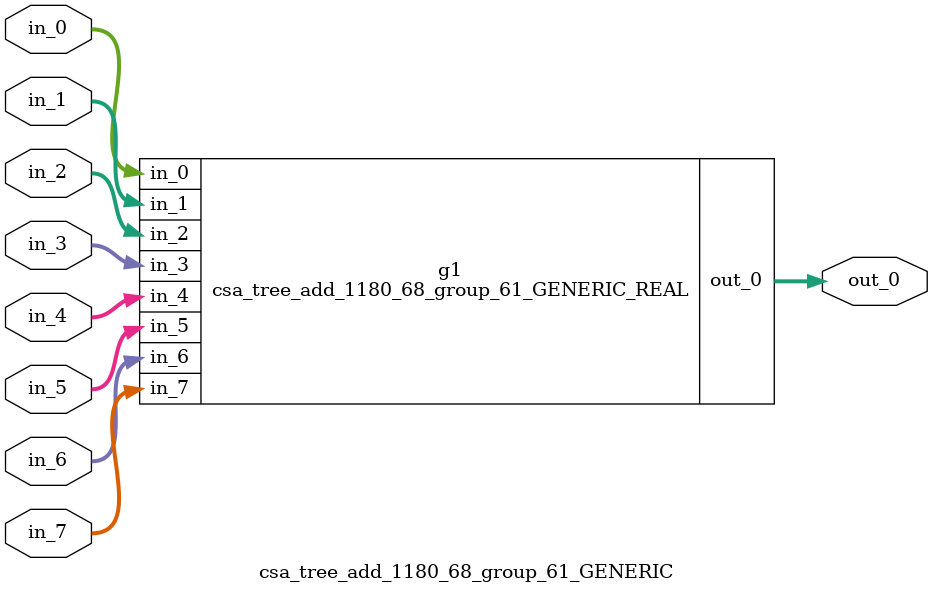
<source format=v>
module csa_tree_add_1180_68_group_61_GENERIC_REAL(in_0, in_1, in_2,
     in_3, in_4, in_5, in_6, in_7, out_0);
// synthesis_equation "assign out_0 = ( ( ( ( ( ( ( in_6 + in_7 )  + in_5 )  + in_4 )  + in_3 )  + in_2 )  + in_1 )  + in_0 )  ;"
  input [5:0] in_0, in_1, in_2, in_3, in_4, in_5, in_6, in_7;
  output [8:0] out_0;
  wire [5:0] in_0, in_1, in_2, in_3, in_4, in_5, in_6, in_7;
  wire [8:0] out_0;
  wire n_59, n_60, n_61, n_62, n_63, n_64, n_65, n_66;
  wire n_68, n_69, n_70, n_71, n_72, n_73, n_74, n_75;
  wire n_76, n_77, n_78, n_79, n_80, n_81, n_82, n_83;
  wire n_84, n_85, n_86, n_87, n_88, n_89, n_90, n_91;
  wire n_92, n_93, n_94, n_95, n_96, n_97, n_98, n_99;
  wire n_100, n_101, n_102, n_103, n_104, n_105, n_106, n_107;
  wire n_108, n_109, n_110, n_111, n_112, n_113, n_114, n_115;
  wire n_116, n_117, n_118, n_119, n_120, n_121, n_122, n_123;
  wire n_124, n_125, n_126, n_127, n_128, n_129, n_130, n_131;
  wire n_132, n_133, n_134, n_135, n_136, n_137, n_138, n_139;
  wire n_140, n_141, n_142, n_143, n_144, n_145, n_146, n_147;
  wire n_148, n_149, n_150, n_151, n_152, n_153, n_154, n_155;
  wire n_156, n_157, n_158, n_159, n_160, n_161, n_162, n_163;
  wire n_164, n_165, n_166, n_167, n_168, n_169, n_170, n_171;
  wire n_172, n_173, n_174, n_175, n_176, n_177, n_178, n_179;
  wire n_180, n_181, n_182, n_183, n_184, n_185, n_186, n_187;
  wire n_188, n_189, n_190, n_191, n_192, n_193, n_194, n_195;
  wire n_196, n_197, n_198, n_199, n_200, n_201, n_202, n_203;
  wire n_204, n_205, n_206, n_207, n_208, n_209, n_210, n_211;
  wire n_212, n_213, n_214, n_215, n_216, n_217, n_218, n_219;
  wire n_220, n_221, n_222, n_223, n_224, n_225, n_226, n_227;
  wire n_228, n_229, n_230, n_231, n_232, n_233, n_234, n_235;
  wire n_236, n_237, n_238, n_239, n_240, n_241, n_242, n_243;
  wire n_244, n_245, n_246, n_247, n_248, n_249, n_250, n_251;
  wire n_252, n_253, n_254, n_255, n_256, n_257, n_258, n_259;
  wire n_260, n_261, n_262, n_263, n_264, n_265, n_266, n_267;
  wire n_268, n_269, n_270, n_271, n_272, n_273, n_274, n_275;
  wire n_276, n_277, n_278, n_279, n_280, n_281, n_282, n_283;
  wire n_284, n_285, n_286, n_287, n_288, n_289, n_290;
  xor g1 (n_76, in_0[0], in_7[0]);
  and g35 (n_77, in_0[0], in_7[0]);
  xor g36 (n_128, in_6[0], in_1[0]);
  xor g2 (n_75, n_128, in_5[0]);
  nand g37 (n_129, in_6[0], in_1[0]);
  nand g38 (n_130, in_5[0], in_1[0]);
  nand g39 (n_131, in_6[0], in_5[0]);
  nand g40 (n_79, n_129, n_130, n_131);
  xor g41 (n_132, in_4[0], in_3[0]);
  xor g42 (n_66, n_132, in_2[0]);
  nand g3 (n_133, in_4[0], in_3[0]);
  nand g43 (n_134, in_2[0], in_3[0]);
  nand g44 (n_135, in_4[0], in_2[0]);
  nand g45 (n_80, n_133, n_134, n_135);
  xor g46 (n_78, in_0[1], in_1[1]);
  and g47 (n_83, in_0[1], in_1[1]);
  xor g48 (n_136, in_3[1], in_7[1]);
  xor g49 (n_81, n_136, in_4[1]);
  nand g50 (n_137, in_3[1], in_7[1]);
  nand g4 (n_138, in_4[1], in_7[1]);
  nand g5 (n_139, in_3[1], in_4[1]);
  nand g51 (n_86, n_137, n_138, n_139);
  xor g52 (n_140, in_2[1], in_5[1]);
  xor g53 (n_82, n_140, in_6[1]);
  nand g54 (n_141, in_2[1], in_5[1]);
  nand g55 (n_142, in_6[1], in_5[1]);
  nand g56 (n_143, in_2[1], in_6[1]);
  nand g6 (n_85, n_141, n_142, n_143);
  xor g57 (n_144, n_77, n_78);
  xor g58 (n_65, n_144, n_79);
  nand g59 (n_145, n_77, n_78);
  nand g60 (n_146, n_79, n_78);
  nand g61 (n_147, n_77, n_79);
  nand g62 (n_90, n_145, n_146, n_147);
  xor g63 (n_148, n_80, n_81);
  xor g64 (n_74, n_148, n_82);
  nand g65 (n_149, n_80, n_81);
  nand g66 (n_150, n_82, n_81);
  nand g67 (n_151, n_80, n_82);
  nand g68 (n_91, n_149, n_150, n_151);
  xor g69 (n_84, in_0[2], in_1[2]);
  and g70 (n_92, in_0[2], in_1[2]);
  xor g71 (n_152, in_3[2], in_7[2]);
  xor g72 (n_87, n_152, in_4[2]);
  nand g73 (n_153, in_3[2], in_7[2]);
  nand g74 (n_154, in_4[2], in_7[2]);
  nand g75 (n_155, in_3[2], in_4[2]);
  nand g76 (n_93, n_153, n_154, n_155);
  xor g77 (n_156, in_2[2], in_5[2]);
  xor g78 (n_88, n_156, in_6[2]);
  nand g79 (n_157, in_2[2], in_5[2]);
  nand g80 (n_158, in_6[2], in_5[2]);
  nand g81 (n_159, in_2[2], in_6[2]);
  nand g82 (n_94, n_157, n_158, n_159);
  xor g83 (n_160, n_83, n_84);
  xor g84 (n_89, n_160, n_85);
  nand g85 (n_161, n_83, n_84);
  nand g86 (n_162, n_85, n_84);
  nand g87 (n_163, n_83, n_85);
  nand g88 (n_98, n_161, n_162, n_163);
  xor g89 (n_164, n_86, n_87);
  xor g90 (n_64, n_164, n_88);
  nand g91 (n_165, n_86, n_87);
  nand g92 (n_166, n_88, n_87);
  nand g93 (n_167, n_86, n_88);
  nand g94 (n_99, n_165, n_166, n_167);
  xor g95 (n_168, n_89, n_90);
  xor g96 (n_73, n_168, n_91);
  nand g97 (n_169, n_89, n_90);
  nand g98 (n_170, n_91, n_90);
  nand g99 (n_171, n_89, n_91);
  nand g100 (n_63, n_169, n_170, n_171);
  xor g101 (n_172, in_0[3], in_1[3]);
  xor g102 (n_95, n_172, in_3[3]);
  nand g103 (n_173, in_0[3], in_1[3]);
  nand g104 (n_174, in_3[3], in_1[3]);
  nand g105 (n_175, in_0[3], in_3[3]);
  nand g106 (n_102, n_173, n_174, n_175);
  xor g107 (n_176, in_7[3], in_4[3]);
  xor g108 (n_96, n_176, in_2[3]);
  nand g109 (n_177, in_7[3], in_4[3]);
  nand g110 (n_178, in_2[3], in_4[3]);
  nand g111 (n_179, in_7[3], in_2[3]);
  nand g112 (n_103, n_177, n_178, n_179);
  xor g113 (n_180, in_5[3], in_6[3]);
  xor g114 (n_97, n_180, n_92);
  nand g115 (n_181, in_5[3], in_6[3]);
  nand g116 (n_182, n_92, in_6[3]);
  nand g117 (n_183, in_5[3], n_92);
  nand g118 (n_106, n_181, n_182, n_183);
  xor g119 (n_184, n_93, n_94);
  xor g120 (n_100, n_184, n_95);
  nand g121 (n_185, n_93, n_94);
  nand g122 (n_186, n_95, n_94);
  nand g123 (n_187, n_93, n_95);
  nand g124 (n_108, n_185, n_186, n_187);
  xor g125 (n_188, n_96, n_97);
  xor g126 (n_101, n_188, n_98);
  nand g127 (n_189, n_96, n_97);
  nand g128 (n_190, n_98, n_97);
  nand g129 (n_191, n_96, n_98);
  nand g130 (n_110, n_189, n_190, n_191);
  xor g131 (n_192, n_99, n_100);
  xor g132 (n_72, n_192, n_101);
  nand g133 (n_193, n_99, n_100);
  nand g134 (n_194, n_101, n_100);
  nand g135 (n_195, n_99, n_101);
  nand g136 (n_62, n_193, n_194, n_195);
  xor g137 (n_196, in_0[4], in_1[4]);
  xor g138 (n_104, n_196, in_3[4]);
  nand g139 (n_197, in_0[4], in_1[4]);
  nand g140 (n_198, in_3[4], in_1[4]);
  nand g141 (n_199, in_0[4], in_3[4]);
  nand g142 (n_112, n_197, n_198, n_199);
  xor g143 (n_200, in_7[4], in_4[4]);
  xor g144 (n_105, n_200, in_2[4]);
  nand g145 (n_201, in_7[4], in_4[4]);
  nand g146 (n_202, in_2[4], in_4[4]);
  nand g147 (n_203, in_7[4], in_2[4]);
  nand g148 (n_113, n_201, n_202, n_203);
  xor g149 (n_204, in_5[4], in_6[4]);
  xor g150 (n_107, n_204, n_102);
  nand g151 (n_205, in_5[4], in_6[4]);
  nand g152 (n_206, n_102, in_6[4]);
  nand g153 (n_207, in_5[4], n_102);
  nand g154 (n_117, n_205, n_206, n_207);
  xor g155 (n_208, n_103, n_104);
  xor g156 (n_109, n_208, n_105);
  nand g157 (n_209, n_103, n_104);
  nand g158 (n_210, n_105, n_104);
  nand g159 (n_211, n_103, n_105);
  nand g160 (n_118, n_209, n_210, n_211);
  xor g161 (n_212, n_106, n_107);
  xor g162 (n_111, n_212, n_108);
  nand g163 (n_213, n_106, n_107);
  nand g164 (n_214, n_108, n_107);
  nand g165 (n_215, n_106, n_108);
  nand g166 (n_121, n_213, n_214, n_215);
  xor g167 (n_216, n_109, n_110);
  xor g168 (n_71, n_216, n_111);
  nand g169 (n_217, n_109, n_110);
  nand g170 (n_218, n_111, n_110);
  nand g171 (n_219, n_109, n_111);
  nand g172 (n_61, n_217, n_218, n_219);
  xor g173 (n_220, in_0[5], in_1[5]);
  xor g174 (n_114, n_220, in_3[5]);
  nand g175 (n_221, in_0[5], in_1[5]);
  nand g176 (n_222, in_3[5], in_1[5]);
  nand g177 (n_223, in_0[5], in_3[5]);
  nand g178 (n_122, n_221, n_222, n_223);
  xor g179 (n_224, in_7[5], in_4[5]);
  xor g180 (n_115, n_224, in_2[5]);
  nand g181 (n_225, in_7[5], in_4[5]);
  nand g182 (n_226, in_2[5], in_4[5]);
  nand g183 (n_227, in_7[5], in_2[5]);
  nand g184 (n_123, n_225, n_226, n_227);
  xor g185 (n_228, in_5[5], in_6[5]);
  xor g186 (n_116, n_228, n_112);
  nand g187 (n_229, in_5[5], in_6[5]);
  nand g188 (n_230, n_112, in_6[5]);
  nand g189 (n_231, in_5[5], n_112);
  nand g190 (n_124, n_229, n_230, n_231);
  xor g191 (n_232, n_113, n_114);
  xor g192 (n_119, n_232, n_115);
  nand g193 (n_233, n_113, n_114);
  nand g194 (n_234, n_115, n_114);
  nand g195 (n_235, n_113, n_115);
  nand g196 (n_125, n_233, n_234, n_235);
  xor g197 (n_236, n_116, n_117);
  xor g198 (n_120, n_236, n_118);
  nand g199 (n_237, n_116, n_117);
  nand g200 (n_238, n_118, n_117);
  nand g201 (n_239, n_116, n_118);
  nand g202 (n_127, n_237, n_238, n_239);
  xor g203 (n_240, n_119, n_120);
  xor g204 (n_70, n_240, n_121);
  nand g205 (n_241, n_119, n_120);
  nand g206 (n_242, n_121, n_120);
  nand g207 (n_243, n_119, n_121);
  nand g208 (n_60, n_241, n_242, n_243);
  xor g209 (n_244, n_122, n_123);
  xor g210 (n_126, n_244, n_124);
  nand g211 (n_245, n_122, n_123);
  nand g212 (n_246, n_124, n_123);
  nand g213 (n_247, n_122, n_124);
  nand g214 (n_59, n_245, n_246, n_247);
  xor g215 (n_248, n_125, n_126);
  xor g216 (n_69, n_248, n_127);
  nand g217 (n_249, n_125, n_126);
  nand g218 (n_250, n_127, n_126);
  nand g219 (n_251, n_125, n_127);
  nand g220 (n_68, n_249, n_250, n_251);
  nand g221 (n_252, n_66, n_75);
  nand g222 (n_253, n_66, n_76);
  nand g223 (n_254, n_75, n_76);
  nand g224 (n_256, n_252, n_253, n_254);
  xor g225 (n_255, n_66, n_75);
  xor g226 (out_0[0], n_76, n_255);
  nand g7 (n_257, n_65, n_74);
  nand g8 (n_258, n_65, n_256);
  nand g9 (n_259, n_74, n_256);
  nand g10 (n_261, n_257, n_258, n_259);
  xor g11 (n_260, n_65, n_74);
  xor g12 (out_0[1], n_256, n_260);
  nand g13 (n_262, n_64, n_73);
  nand g14 (n_263, n_64, n_261);
  nand g15 (n_264, n_73, n_261);
  nand g16 (n_266, n_262, n_263, n_264);
  xor g17 (n_265, n_64, n_73);
  xor g18 (out_0[2], n_261, n_265);
  nand g19 (n_267, n_63, n_72);
  nand g20 (n_268, n_63, n_266);
  nand g21 (n_269, n_72, n_266);
  nand g22 (n_271, n_267, n_268, n_269);
  xor g23 (n_270, n_63, n_72);
  xor g24 (out_0[3], n_266, n_270);
  nand g25 (n_272, n_62, n_71);
  nand g26 (n_273, n_62, n_271);
  nand g27 (n_274, n_71, n_271);
  nand g28 (n_276, n_272, n_273, n_274);
  xor g29 (n_275, n_62, n_71);
  xor g30 (out_0[4], n_271, n_275);
  nand g31 (n_277, n_61, n_70);
  nand g32 (n_278, n_61, n_276);
  nand g33 (n_279, n_70, n_276);
  nand g34 (n_281, n_277, n_278, n_279);
  xor g227 (n_280, n_61, n_70);
  xor g228 (out_0[5], n_276, n_280);
  nand g229 (n_282, n_60, n_69);
  nand g230 (n_283, n_60, n_281);
  nand g231 (n_284, n_69, n_281);
  nand g232 (n_286, n_282, n_283, n_284);
  xor g233 (n_285, n_60, n_69);
  xor g234 (out_0[6], n_281, n_285);
  nand g235 (n_287, n_59, n_68);
  nand g236 (n_288, n_59, n_286);
  nand g237 (n_289, n_68, n_286);
  nand g238 (out_0[8], n_287, n_288, n_289);
  xor g239 (n_290, n_59, n_68);
  xor g240 (out_0[7], n_286, n_290);
endmodule

module csa_tree_add_1180_68_group_61_GENERIC(in_0, in_1, in_2, in_3,
     in_4, in_5, in_6, in_7, out_0);
  input [5:0] in_0, in_1, in_2, in_3, in_4, in_5, in_6, in_7;
  output [8:0] out_0;
  wire [5:0] in_0, in_1, in_2, in_3, in_4, in_5, in_6, in_7;
  wire [8:0] out_0;
  csa_tree_add_1180_68_group_61_GENERIC_REAL g1(.in_0 (in_0), .in_1
       (in_1), .in_2 (in_2), .in_3 (in_3), .in_4 (in_4), .in_5 (in_5),
       .in_6 (in_6), .in_7 (in_7), .out_0 (out_0));
endmodule


</source>
